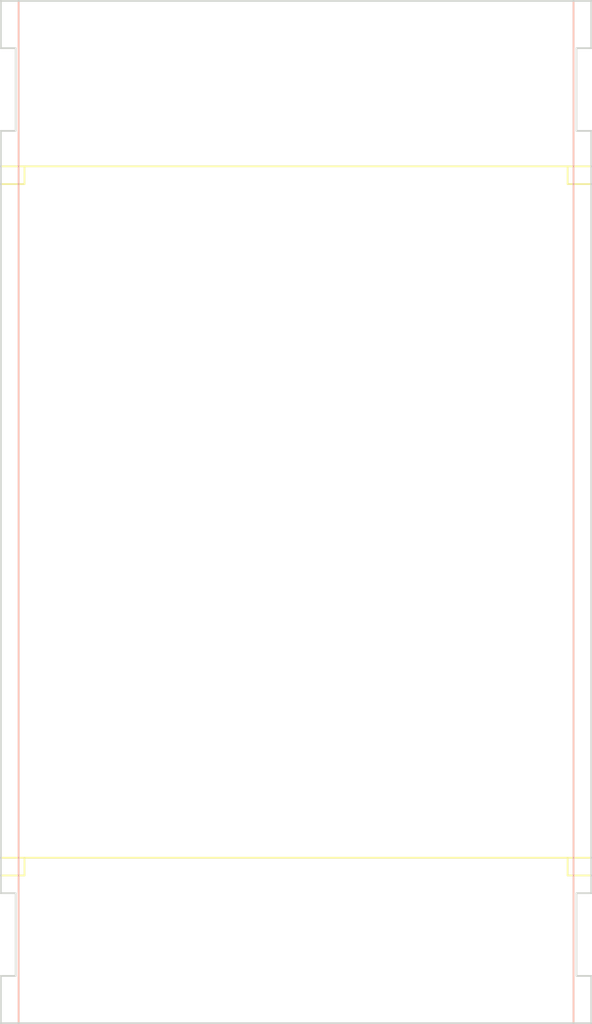
<source format=kicad_pcb>
(kicad_pcb (version 4) (host pcbnew "(2014-07-12 BZR 4289 GOST-COMMITTERS)-product")

  (general
    (links 0)
    (no_connects 0)
    (area 99.924999 49.924999 150.075001 136.575001)
    (thickness 1.6)
    (drawings 33)
    (tracks 0)
    (zones 0)
    (modules 0)
    (nets 1)
  )

  (page A4)
  (layers
    (0 F.Cu signal)
    (31 B.Cu signal)
    (36 B.SilkS user)
    (37 F.SilkS user)
    (38 B.Mask user)
    (39 F.Mask user)
    (40 Dwgs.User user)
    (44 Edge.Cuts user)
  )

  (setup
    (last_trace_width 0.2)
    (trace_clearance 0.2)
    (zone_clearance 0.3)
    (zone_45_only no)
    (trace_min 0.2)
    (segment_width 0.15)
    (edge_width 0.15)
    (via_size 0.9)
    (via_drill 0.4)
    (via_min_size 0.7)
    (via_min_drill 0.3)
    (uvia_size 0.7)
    (uvia_drill 0.3)
    (uvias_allowed no)
    (uvia_min_size 0.508)
    (uvia_min_drill 0.127)
    (pcb_text_width 0.3)
    (pcb_text_size 1.5 1.5)
    (mod_edge_width 0.15)
    (mod_text_size 1.5 1.5)
    (mod_text_width 0.15)
    (pad_size 1.5 1.5)
    (pad_drill 0.9)
    (pad_to_mask_clearance 0.2)
    (aux_axis_origin 150 136.5)
    (grid_origin 100 50)
    (visible_elements 7FFFF77F)
    (pcbplotparams
      (layerselection 0x010f0_80000001)
      (usegerberextensions true)
      (gerberprecision 5)
      (excludeedgelayer true)
      (linewidth 0.150000)
      (plotframeref false)
      (viasonmask false)
      (mode 1)
      (useauxorigin false)
      (hpglpennumber 1)
      (hpglpenspeed 20)
      (hpglpendiameter 15)
      (hpglpenoverlay 2)
      (psnegative false)
      (psa4output false)
      (plotreference true)
      (plotvalue true)
      (plotinvisibletext false)
      (padsonsilk false)
      (subtractmaskfromsilk false)
      (outputformat 1)
      (mirror false)
      (drillshape 0)
      (scaleselection 1)
      (outputdirectory Gerber/))
  )

  (net 0 "")

  (net_class Default "Это класс цепей по умолчанию."
    (clearance 0.2)
    (trace_width 0.2)
    (via_dia 0.9)
    (via_drill 0.4)
    (uvia_dia 0.7)
    (uvia_drill 0.3)
  )

  (net_class wide ""
    (clearance 0.2)
    (trace_width 0.5)
    (via_dia 0.9)
    (via_drill 0.4)
    (uvia_dia 0.7)
    (uvia_drill 0.3)
  )

  (gr_line (start 102 65.5) (end 102 64) (angle 90) (layer F.SilkS) (width 0.15))
  (gr_line (start 100 65.5) (end 102 65.5) (angle 90) (layer F.SilkS) (width 0.15))
  (gr_line (start 148.5 50) (end 148.5 136.5) (angle 90) (layer B.SilkS) (width 0.15))
  (gr_line (start 148 65.5) (end 150 65.5) (angle 90) (layer F.SilkS) (width 0.15))
  (gr_line (start 148 64) (end 148 65.5) (angle 90) (layer F.SilkS) (width 0.15))
  (gr_line (start 100 64) (end 150 64) (angle 90) (layer F.SilkS) (width 0.15))
  (gr_line (start 101.5 136.5) (end 101.5 50) (angle 90) (layer B.SilkS) (width 0.15))
  (gr_line (start 102 124) (end 102 122.5) (angle 90) (layer F.SilkS) (width 0.15))
  (gr_line (start 100 124) (end 102 124) (angle 90) (layer F.SilkS) (width 0.15))
  (gr_line (start 148 124) (end 148 122.5) (angle 90) (layer F.SilkS) (width 0.15))
  (gr_line (start 150 124) (end 148 124) (angle 90) (layer F.SilkS) (width 0.15))
  (gr_line (start 100 122.5) (end 150 122.5) (angle 90) (layer F.SilkS) (width 0.15))
  (gr_line (start 150 93.25) (end 100 93.25) (angle 90) (layer Dwgs.User) (width 0.15))
  (gr_line (start 150 125.5) (end 148.75 125.5) (angle 90) (layer Edge.Cuts) (width 0.15))
  (gr_line (start 150 132.5) (end 148.75 132.5) (angle 90) (layer Edge.Cuts) (width 0.15))
  (gr_line (start 101.25 125.5) (end 100 125.5) (angle 90) (layer Edge.Cuts) (width 0.15))
  (gr_line (start 101.25 132.5) (end 100 132.5) (angle 90) (layer Edge.Cuts) (width 0.15))
  (gr_line (start 148.75 61) (end 148.75 54) (angle 90) (layer Edge.Cuts) (width 0.15))
  (gr_line (start 150 61) (end 148.75 61) (angle 90) (layer Edge.Cuts) (width 0.15))
  (gr_line (start 150 54) (end 148.75 54) (angle 90) (layer Edge.Cuts) (width 0.15))
  (gr_line (start 101.25 61) (end 100 61) (angle 90) (layer Edge.Cuts) (width 0.15))
  (gr_line (start 101.25 54) (end 101.25 61) (angle 90) (layer Edge.Cuts) (width 0.15))
  (gr_line (start 100 54) (end 101.25 54) (angle 90) (layer Edge.Cuts) (width 0.15))
  (gr_line (start 101.25 125.5) (end 101.25 132.5) (angle 90) (layer Edge.Cuts) (width 0.15))
  (gr_line (start 148.75 125.5) (end 148.75 132.5) (angle 90) (layer Edge.Cuts) (width 0.15))
  (gr_line (start 100 132.5) (end 100 136.5) (angle 90) (layer Edge.Cuts) (width 0.15))
  (gr_line (start 100 61) (end 100 125.5) (angle 90) (layer Edge.Cuts) (width 0.15))
  (gr_line (start 100 50) (end 100 54) (angle 90) (layer Edge.Cuts) (width 0.15))
  (gr_line (start 150 132.5) (end 150 136.5) (angle 90) (layer Edge.Cuts) (width 0.15))
  (gr_line (start 150 61) (end 150 125.5) (angle 90) (layer Edge.Cuts) (width 0.15))
  (gr_line (start 150 50) (end 150 54) (angle 90) (layer Edge.Cuts) (width 0.15))
  (gr_line (start 150 50) (end 100 50) (angle 90) (layer Edge.Cuts) (width 0.15))
  (gr_line (start 100 136.5) (end 150 136.5) (angle 90) (layer Edge.Cuts) (width 0.15))

)

</source>
